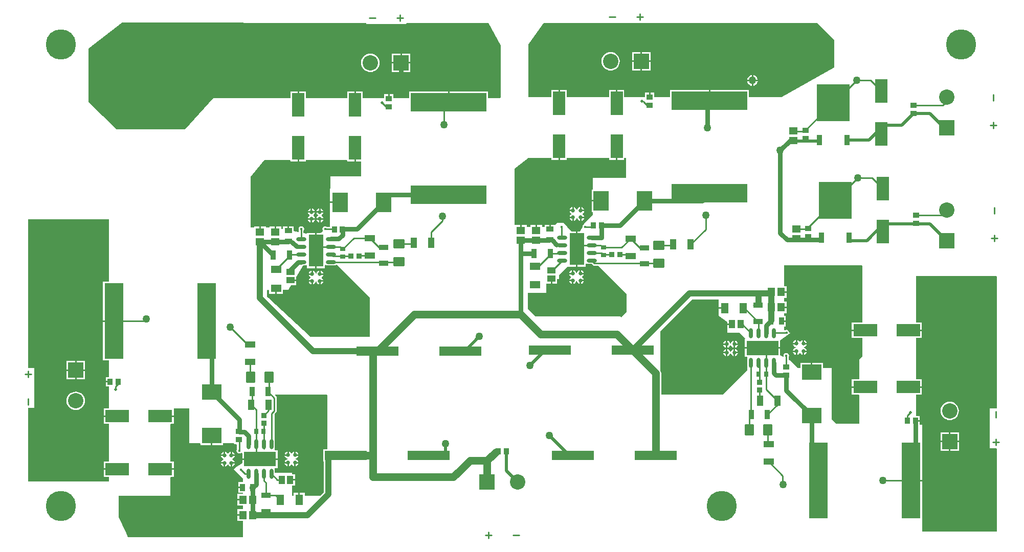
<source format=gtl>
G04 Layer_Physical_Order=1*
G04 Layer_Color=25308*
%FSLAX25Y25*%
%MOIN*%
G70*
G01*
G75*
%ADD10R,0.21457X0.24410*%
%ADD11R,0.03543X0.07087*%
%ADD12R,0.06102X0.03543*%
%ADD13R,0.04331X0.06693*%
%ADD14R,0.07087X0.05118*%
%ADD15R,0.03543X0.06299*%
%ADD16R,0.49213X0.12402*%
%ADD17R,0.05118X0.03543*%
G04:AMPARAMS|DCode=18|XSize=74.8mil|YSize=59.06mil|CornerRadius=5.91mil|HoleSize=0mil|Usage=FLASHONLY|Rotation=90.000|XOffset=0mil|YOffset=0mil|HoleType=Round|Shape=RoundedRectangle|*
%AMROUNDEDRECTD18*
21,1,0.07480,0.04724,0,0,90.0*
21,1,0.06299,0.05906,0,0,90.0*
1,1,0.01181,0.02362,0.03150*
1,1,0.01181,0.02362,-0.03150*
1,1,0.01181,-0.02362,-0.03150*
1,1,0.01181,-0.02362,0.03150*
%
%ADD18ROUNDEDRECTD18*%
%ADD19R,0.05709X0.05118*%
%ADD20R,0.27559X0.05906*%
%ADD21R,0.21000X0.09488*%
%ADD22O,0.02362X0.06693*%
%ADD23R,0.12598X0.10236*%
%ADD24R,0.07874X0.15748*%
%ADD25R,0.05315X0.04331*%
%ADD26R,0.03347X0.03543*%
%ADD27R,0.03543X0.03937*%
%ADD28R,0.03622X0.02913*%
%ADD29R,0.09488X0.21000*%
%ADD30O,0.06693X0.02362*%
%ADD31R,0.10236X0.12598*%
%ADD32R,0.03543X0.06102*%
%ADD33R,0.05118X0.07087*%
%ADD34R,0.06693X0.04331*%
G04:AMPARAMS|DCode=35|XSize=74.8mil|YSize=59.06mil|CornerRadius=5.91mil|HoleSize=0mil|Usage=FLASHONLY|Rotation=0.000|XOffset=0mil|YOffset=0mil|HoleType=Round|Shape=RoundedRectangle|*
%AMROUNDEDRECTD35*
21,1,0.07480,0.04724,0,0,0.0*
21,1,0.06299,0.05906,0,0,0.0*
1,1,0.01181,0.03150,-0.02362*
1,1,0.01181,-0.03150,-0.02362*
1,1,0.01181,-0.03150,0.02362*
1,1,0.01181,0.03150,0.02362*
%
%ADD35ROUNDEDRECTD35*%
%ADD36R,0.06299X0.03543*%
%ADD37R,0.12402X0.49213*%
%ADD38R,0.04331X0.05315*%
%ADD39R,0.02913X0.03622*%
%ADD40R,0.03543X0.03347*%
%ADD41R,0.03543X0.05118*%
%ADD42R,0.05118X0.05709*%
%ADD43R,0.15748X0.07874*%
%ADD44R,0.03937X0.03543*%
%ADD45C,0.02000*%
%ADD46C,0.01000*%
%ADD47C,0.03000*%
%ADD48C,0.04000*%
%ADD49C,0.05000*%
%ADD50R,0.10000X0.10000*%
%ADD51C,0.10000*%
%ADD52R,0.10000X0.10000*%
%ADD53C,0.02598*%
%ADD54C,0.19685*%
%ADD55C,0.05000*%
%ADD56C,0.01500*%
%ADD57C,0.02600*%
%ADD58C,0.02000*%
G36*
X328500Y350650D02*
X332000D01*
X332000Y341354D01*
X331646Y341000D01*
X312000Y341000D01*
X311748Y324500D01*
X318327D01*
Y323500D01*
X311733D01*
X311497Y308029D01*
X309361D01*
X309183Y308149D01*
X308500Y308284D01*
X307817Y308149D01*
X307238Y307762D01*
X306852Y307183D01*
X306716Y306500D01*
X306852Y305817D01*
X306984Y305619D01*
X306852Y304941D01*
X305380Y304000D01*
X303000D01*
Y292500D01*
Y281000D01*
X308244D01*
Y282936D01*
X308744Y283203D01*
X309129Y282945D01*
X309980Y282776D01*
X314311D01*
X315162Y282945D01*
X315883Y283428D01*
X316320Y283180D01*
X318000Y281500D01*
X337500Y262000D01*
Y236390D01*
X306176D01*
X299004Y236407D01*
X271500Y261500D01*
X270500Y262500D01*
Y264000D01*
X270500Y266646D01*
X270853Y267000D01*
X271603D01*
X271957Y266646D01*
Y264339D01*
X276000D01*
Y267898D01*
X277000D01*
Y264339D01*
X281043D01*
Y267000D01*
X284500D01*
X286387Y270079D01*
X289657D01*
Y272744D01*
X286000D01*
Y273744D01*
X289657D01*
Y275415D01*
X294169Y282776D01*
X295020D01*
X295871Y282945D01*
X296256Y283203D01*
X296756Y282936D01*
Y281000D01*
X302000D01*
Y292500D01*
Y304000D01*
X296756D01*
Y303991D01*
X296371Y303671D01*
X294384Y304040D01*
Y305421D01*
X294649Y305817D01*
X294784Y306500D01*
X294649Y307183D01*
X294262Y307762D01*
X293683Y308149D01*
X293000Y308284D01*
X292317Y308149D01*
X291738Y307762D01*
X291352Y307183D01*
X291216Y306500D01*
X291325Y305951D01*
Y304999D01*
X290940Y304679D01*
X288059Y305215D01*
Y308212D01*
X285000D01*
Y305440D01*
X284000D01*
Y308212D01*
X280941D01*
Y306927D01*
X280557Y306608D01*
X279854Y306738D01*
Y308209D01*
X276500D01*
Y304650D01*
X275500D01*
Y308209D01*
X272146D01*
Y307500D01*
X269854D01*
Y308209D01*
X266500D01*
Y304650D01*
X265500D01*
Y308209D01*
X262146D01*
Y307500D01*
X260000D01*
Y340500D01*
X268905Y351500D01*
X285709D01*
X286063Y351146D01*
Y350650D01*
X290500D01*
Y359524D01*
X291500D01*
Y350650D01*
X295937D01*
Y351500D01*
X322709Y351500D01*
X323063Y351146D01*
Y350650D01*
X327500D01*
Y359524D01*
X328500D01*
Y350650D01*
D02*
G37*
G36*
X499000Y351650D02*
X503437D01*
Y353000D01*
X504500D01*
Y340000D01*
X483000D01*
Y332299D01*
X482209D01*
Y325500D01*
X488327D01*
Y324500D01*
X482209D01*
Y317701D01*
X483000D01*
Y316000D01*
X477500Y310500D01*
X476920Y309383D01*
X476738Y309262D01*
X476351Y308683D01*
X476224Y308043D01*
X474644Y305000D01*
X473000D01*
Y293500D01*
Y282000D01*
X478244D01*
Y283865D01*
X479533Y283865D01*
X479980Y283776D01*
X482207D01*
X482970Y283013D01*
X483466Y282681D01*
X484051Y282565D01*
X486435D01*
X496500Y272500D01*
X505000Y264000D01*
Y257500D01*
Y252500D01*
X501500Y249000D01*
X501000Y249500D01*
X445500D01*
X440500Y254500D01*
Y265000D01*
X452500D01*
Y271079D01*
X455500D01*
Y274244D01*
X456500D01*
Y271079D01*
X459657D01*
Y274000D01*
X461000D01*
Y276500D01*
X466320Y281820D01*
X466756Y282000D01*
Y282000D01*
X466756Y282000D01*
X472000D01*
Y293500D01*
Y305000D01*
X468961D01*
X464000Y310500D01*
X459500D01*
X458238Y309238D01*
X455508D01*
Y306467D01*
X454508D01*
Y309238D01*
X451449D01*
Y308000D01*
X449854D01*
Y309209D01*
X446500D01*
Y305650D01*
X445500D01*
Y309209D01*
X442146D01*
Y308000D01*
X439854D01*
Y309209D01*
X436500D01*
Y305650D01*
X435500D01*
Y309209D01*
X432146D01*
X432000Y309648D01*
Y346000D01*
X441000Y353000D01*
X456063D01*
Y351650D01*
X460500D01*
Y360524D01*
X461500D01*
Y351650D01*
X465937D01*
Y353000D01*
X493563D01*
Y351650D01*
X498000D01*
Y360524D01*
X499000D01*
Y351650D01*
D02*
G37*
G36*
X658500Y282646D02*
Y245437D01*
X651650D01*
Y241000D01*
X660524D01*
Y240000D01*
X651650D01*
Y235563D01*
X658500D01*
Y223500D01*
X657500Y222500D01*
X656500Y221500D01*
Y208437D01*
X651650D01*
Y204000D01*
X660524D01*
Y203000D01*
X651650D01*
Y198563D01*
X656146D01*
X656500Y198209D01*
Y179500D01*
X641500D01*
X638500Y182500D01*
X638500Y216000D01*
X632799D01*
Y219291D01*
X626000D01*
Y213173D01*
X625000D01*
Y219291D01*
X618201D01*
Y216000D01*
X616500D01*
X612000Y220500D01*
X610531Y221299D01*
Y223012D01*
X610644Y223181D01*
X610780Y223863D01*
X610644Y224546D01*
X610257Y225125D01*
X609679Y225512D01*
X608996Y225648D01*
X608313Y225512D01*
X607734Y225125D01*
X607347Y224546D01*
X607211Y223863D01*
X607254Y223650D01*
X606809Y223322D01*
X605000Y224306D01*
Y228500D01*
X582000D01*
Y223256D01*
X583484D01*
Y214484D01*
X569500Y200500D01*
X567500Y198500D01*
X527884Y198500D01*
X527530Y198854D01*
Y212500D01*
X527410Y213414D01*
X527057Y214265D01*
X527000Y214340D01*
X527000Y240000D01*
X534500Y247500D01*
X547500Y260500D01*
X565000D01*
Y255500D01*
X568898D01*
Y254500D01*
X565000D01*
Y250000D01*
X570500Y246000D01*
Y245000D01*
X573744D01*
Y244000D01*
X570500D01*
Y239000D01*
X578500D01*
X582294Y235206D01*
X582103Y234744D01*
X582000D01*
Y229500D01*
X605000D01*
Y234044D01*
X609769Y237420D01*
X609802Y237427D01*
X610381Y237814D01*
X610431Y237889D01*
X612000Y239000D01*
X610965D01*
X610903Y239075D01*
X610767Y239758D01*
X610381Y240337D01*
X609802Y240724D01*
X609119Y240860D01*
X608436Y240724D01*
X608258Y240605D01*
X607500D01*
Y242941D01*
X608712D01*
Y246000D01*
X605940D01*
Y247000D01*
X608712D01*
Y250059D01*
X607500D01*
Y251646D01*
X609209D01*
Y255000D01*
X605650D01*
Y256000D01*
X609209D01*
Y259354D01*
X607500D01*
Y261646D01*
X609209D01*
Y265000D01*
X605650D01*
Y266000D01*
X609209D01*
Y269354D01*
X607500D01*
Y283000D01*
X658146Y283000D01*
X658500Y282646D01*
D02*
G37*
G36*
X310000Y198146D02*
X310000Y162953D01*
X307221D01*
Y155047D01*
X307474D01*
Y151000D01*
Y134753D01*
X305221Y132500D01*
X295515Y132500D01*
X295161Y132853D01*
Y134543D01*
X292102D01*
Y130000D01*
X291102D01*
Y134543D01*
X288043D01*
Y132500D01*
X287353D01*
X287000Y132853D01*
Y139342D01*
X288921D01*
Y142500D01*
X285756D01*
Y143500D01*
X288921D01*
Y146658D01*
X287354D01*
X287000Y147011D01*
Y147500D01*
X275724D01*
Y149020D01*
X275686Y149212D01*
Y150756D01*
X277500D01*
Y156000D01*
X254500D01*
Y153870D01*
X250000Y151000D01*
X249000Y150000D01*
X255000Y144000D01*
Y142500D01*
Y141559D01*
X251788D01*
Y138500D01*
X254560D01*
Y137500D01*
X251788D01*
Y134441D01*
X255000D01*
Y133854D01*
X251291D01*
Y130500D01*
X254850D01*
Y129500D01*
X251291D01*
Y126146D01*
X255000D01*
Y123854D01*
X251291D01*
Y120500D01*
X254850D01*
Y119500D01*
X251291D01*
Y116146D01*
X255000D01*
Y105500D01*
X207500D01*
Y105514D01*
X194370Y105533D01*
X179908Y105497D01*
X178671Y108773D01*
X173937Y118616D01*
X174000Y132500D01*
X207500D01*
Y144709D01*
X207854Y145063D01*
X209850D01*
Y149500D01*
X200976D01*
Y150500D01*
X209850D01*
Y154937D01*
X207500D01*
X207500Y179209D01*
X207854Y179563D01*
X209850D01*
Y184000D01*
X200976D01*
Y185000D01*
X209850D01*
Y189437D01*
X210324Y189500D01*
X220000D01*
Y167000D01*
X226847D01*
X227201Y166646D01*
Y165709D01*
X234000D01*
Y171827D01*
X235000D01*
Y165709D01*
X241799D01*
Y167000D01*
X249024D01*
X249377Y166646D01*
Y166392D01*
X250445D01*
X250971Y165673D01*
Y162861D01*
X250851Y162683D01*
X250716Y162000D01*
X250851Y161317D01*
X251238Y160738D01*
X251817Y160352D01*
X252500Y160216D01*
X253183Y160352D01*
X253762Y160738D01*
X254277Y160625D01*
X254500Y160404D01*
Y157000D01*
X277500D01*
Y162244D01*
X275686D01*
Y163788D01*
X275724Y163980D01*
Y168311D01*
X275686Y168504D01*
Y186181D01*
X276455Y186951D01*
X276787Y187447D01*
X276806Y187544D01*
X276903Y188032D01*
Y196343D01*
X276806Y196831D01*
X276787Y196928D01*
X276455Y197424D01*
X275879Y198000D01*
X276086Y198500D01*
X309646D01*
X310000Y198146D01*
D02*
G37*
G36*
X167500Y272106D02*
X163583D01*
Y247000D01*
X170783D01*
Y246000D01*
X163583D01*
Y220894D01*
X167500D01*
Y209968D01*
X165571D01*
Y207500D01*
X168342D01*
Y206500D01*
X165571D01*
Y204031D01*
X167500D01*
Y189437D01*
X164150D01*
Y185000D01*
X173024D01*
Y184000D01*
X164150D01*
Y179563D01*
X167500D01*
Y154937D01*
X164150D01*
Y150500D01*
X173024D01*
Y149500D01*
X164150D01*
Y145063D01*
X167500D01*
Y141895D01*
X115000D01*
Y190007D01*
X118998D01*
Y216000D01*
X115000D01*
Y312806D01*
X167500D01*
Y272106D01*
D02*
G37*
G36*
X746295Y275646D02*
X746295Y189493D01*
X741502D01*
Y163500D01*
X745941D01*
X746295Y163146D01*
Y109351D01*
X697854D01*
X697500Y109704D01*
Y142000D01*
X690216D01*
Y143000D01*
X697500D01*
X697500Y179000D01*
X695929D01*
Y181000D01*
X693157D01*
Y182000D01*
X695929D01*
Y184468D01*
X693500D01*
Y198563D01*
X697350D01*
Y203000D01*
X688476D01*
Y204000D01*
X697350D01*
Y208437D01*
X693500D01*
Y235563D01*
X697350D01*
Y240000D01*
X688476D01*
Y241000D01*
X697350D01*
Y245437D01*
X693500D01*
Y276000D01*
X745941D01*
X746295Y275646D01*
D02*
G37*
G36*
X335338Y441069D02*
Y440409D01*
X361331D01*
Y440691D01*
X361684Y441044D01*
X414868Y440994D01*
X423038Y426101D01*
X423053Y392436D01*
X422699Y392083D01*
X414606D01*
Y396417D01*
X389500D01*
Y389216D01*
X388500D01*
Y396417D01*
X363394D01*
Y392083D01*
X352969D01*
Y394429D01*
X350500D01*
Y391657D01*
X349500D01*
Y394429D01*
X347031D01*
Y392083D01*
X332937D01*
Y396350D01*
X328500D01*
Y387476D01*
X327500D01*
Y396350D01*
X323063D01*
Y392083D01*
X295937D01*
Y396350D01*
X291500D01*
Y387476D01*
X290500D01*
Y396350D01*
X286063D01*
Y392083D01*
X235553D01*
X217140Y371515D01*
X172737Y371525D01*
X154282Y389261D01*
Y424099D01*
X176274Y441220D01*
X335338Y441069D01*
D02*
G37*
G36*
X629337Y440823D02*
X640285Y429671D01*
Y412032D01*
X605830Y392583D01*
X584606D01*
Y397417D01*
X559500D01*
Y390216D01*
X558500D01*
Y397417D01*
X533394D01*
Y392583D01*
X522968D01*
Y395429D01*
X520500D01*
Y392657D01*
X519500D01*
Y395429D01*
X517031D01*
Y392583D01*
X503437D01*
Y397350D01*
X499000D01*
Y388476D01*
X498000D01*
Y397350D01*
X493563D01*
Y392583D01*
X465937D01*
Y397350D01*
X461500D01*
Y388476D01*
X460500D01*
Y397350D01*
X456063D01*
Y392583D01*
X441106D01*
Y405583D01*
X441079Y426867D01*
X450999Y440801D01*
X605830Y440840D01*
X629337Y440823D01*
D02*
G37*
%LPC*%
G36*
X569733Y228246D02*
X569335Y228167D01*
X568574Y227658D01*
X568066Y226897D01*
X567987Y226500D01*
X569733D01*
Y228246D01*
D02*
G37*
G36*
Y225500D02*
X567987D01*
X568066Y225103D01*
X568574Y224342D01*
X569335Y223833D01*
X569733Y223754D01*
Y225500D01*
D02*
G37*
G36*
X152000Y220500D02*
X146500D01*
Y215000D01*
X152000D01*
Y220500D01*
D02*
G37*
G36*
X145500D02*
X140000D01*
Y215000D01*
X145500D01*
Y220500D01*
D02*
G37*
G36*
X622359Y226411D02*
X620613D01*
Y224666D01*
X621010Y224745D01*
X621771Y225253D01*
X622280Y226014D01*
X622359Y226411D01*
D02*
G37*
G36*
X615113D02*
X613368D01*
X613447Y226014D01*
X613955Y225253D01*
X614716Y224745D01*
X615113Y224666D01*
Y226411D01*
D02*
G37*
G36*
X577478Y225500D02*
X575733D01*
Y223754D01*
X576130Y223833D01*
X576891Y224342D01*
X577399Y225103D01*
X577478Y225500D01*
D02*
G37*
G36*
X574733Y233746D02*
X574335Y233667D01*
X573574Y233158D01*
X573066Y232397D01*
X572988Y232002D01*
X572478D01*
X572399Y232397D01*
X571891Y233158D01*
X571130Y233667D01*
X570733Y233746D01*
Y231500D01*
Y229254D01*
X571130Y229333D01*
X571891Y229842D01*
X572399Y230603D01*
X572478Y230997D01*
X572988D01*
X573066Y230603D01*
X573574Y229842D01*
X574335Y229333D01*
X574733Y229254D01*
Y231500D01*
Y233746D01*
D02*
G37*
G36*
X575733D02*
Y232000D01*
X577478D01*
X577399Y232397D01*
X576891Y233158D01*
X576130Y233667D01*
X575733Y233746D01*
D02*
G37*
G36*
X615113Y234157D02*
X614716Y234078D01*
X613955Y233570D01*
X613447Y232809D01*
X613368Y232411D01*
X615113D01*
Y234157D01*
D02*
G37*
G36*
X619613D02*
X619216Y234078D01*
X618455Y233570D01*
X618164Y233134D01*
X617562D01*
X617271Y233570D01*
X616510Y234078D01*
X616113Y234157D01*
Y231911D01*
X615613D01*
Y231411D01*
X613368D01*
X613447Y231014D01*
X613955Y230253D01*
X614716Y229745D01*
X615111Y229666D01*
Y229156D01*
X614716Y229078D01*
X613955Y228570D01*
X613447Y227809D01*
X613368Y227411D01*
X615613D01*
Y226911D01*
X616113D01*
Y224666D01*
X616510Y224745D01*
X617271Y225253D01*
X617562Y225689D01*
X618164D01*
X618455Y225253D01*
X619216Y224745D01*
X619613Y224666D01*
Y226911D01*
X620113D01*
Y227411D01*
X622359D01*
X622280Y227809D01*
X621771Y228570D01*
X621010Y229078D01*
X620616Y229156D01*
Y229666D01*
X621010Y229745D01*
X621771Y230253D01*
X622280Y231014D01*
X622359Y231411D01*
X620113D01*
Y231911D01*
X619613D01*
Y234157D01*
D02*
G37*
G36*
X620613D02*
Y232411D01*
X622359D01*
X622280Y232809D01*
X621771Y233570D01*
X621010Y234078D01*
X620613Y234157D01*
D02*
G37*
G36*
X574733Y228246D02*
X574335Y228167D01*
X573574Y227658D01*
X573066Y226897D01*
X572988Y226502D01*
X572478D01*
X572399Y226897D01*
X571891Y227658D01*
X571130Y228167D01*
X570733Y228246D01*
Y226000D01*
Y223754D01*
X571130Y223833D01*
X571891Y224342D01*
X572399Y225103D01*
X572478Y225498D01*
X572988D01*
X573066Y225103D01*
X573574Y224342D01*
X574335Y223833D01*
X574733Y223754D01*
Y226000D01*
Y228246D01*
D02*
G37*
G36*
X575733D02*
Y226500D01*
X577478D01*
X577399Y226897D01*
X576891Y227658D01*
X576130Y228167D01*
X575733Y228246D01*
D02*
G37*
G36*
X569733Y231000D02*
X567987D01*
X568066Y230603D01*
X568574Y229842D01*
X569335Y229333D01*
X569733Y229254D01*
Y231000D01*
D02*
G37*
G36*
Y233746D02*
X569335Y233667D01*
X568574Y233158D01*
X568066Y232397D01*
X567987Y232000D01*
X569733D01*
Y233746D01*
D02*
G37*
G36*
X577478Y231000D02*
X575733D01*
Y229254D01*
X576130Y229333D01*
X576891Y229842D01*
X577399Y230603D01*
X577478Y231000D01*
D02*
G37*
G36*
X283854Y161366D02*
X283457Y161287D01*
X282696Y160779D01*
X282187Y160018D01*
X282108Y159620D01*
X283854D01*
Y161366D01*
D02*
G37*
G36*
X247912Y161246D02*
Y159500D01*
X249658D01*
X249579Y159897D01*
X249070Y160658D01*
X248309Y161167D01*
X247912Y161246D01*
D02*
G37*
G36*
X246912D02*
X246515Y161167D01*
X245754Y160658D01*
X245463Y160222D01*
X244861D01*
X244570Y160658D01*
X243810Y161167D01*
X243412Y161246D01*
Y159000D01*
X242912D01*
Y158500D01*
X240667D01*
X240746Y158103D01*
X241254Y157342D01*
X242015Y156833D01*
X242410Y156755D01*
Y156245D01*
X242015Y156167D01*
X241254Y155658D01*
X240746Y154897D01*
X240667Y154500D01*
X242912D01*
Y154000D01*
X243412D01*
Y151754D01*
X243810Y151833D01*
X244570Y152342D01*
X244861Y152778D01*
X245463D01*
X245754Y152342D01*
X246515Y151833D01*
X246912Y151754D01*
Y154000D01*
X247412D01*
Y154500D01*
X249658D01*
X249579Y154897D01*
X249070Y155658D01*
X248309Y156167D01*
X247915Y156245D01*
Y156755D01*
X248309Y156833D01*
X249070Y157342D01*
X249579Y158103D01*
X249658Y158500D01*
X247412D01*
Y159000D01*
X246912D01*
Y161246D01*
D02*
G37*
G36*
X289354Y161366D02*
Y159620D01*
X291100D01*
X291021Y160018D01*
X290512Y160779D01*
X289751Y161287D01*
X289354Y161366D01*
D02*
G37*
G36*
X242412Y161246D02*
X242015Y161167D01*
X241254Y160658D01*
X240746Y159897D01*
X240667Y159500D01*
X242412D01*
Y161246D01*
D02*
G37*
G36*
X249658Y153500D02*
X247912D01*
Y151754D01*
X248309Y151833D01*
X249070Y152342D01*
X249579Y153103D01*
X249658Y153500D01*
D02*
G37*
G36*
X242412D02*
X240667D01*
X240746Y153103D01*
X241254Y152342D01*
X242015Y151833D01*
X242412Y151754D01*
Y153500D01*
D02*
G37*
G36*
X291100Y153620D02*
X289354D01*
Y151875D01*
X289751Y151954D01*
X290512Y152462D01*
X291021Y153223D01*
X291100Y153620D01*
D02*
G37*
G36*
X283854D02*
X282108D01*
X282187Y153223D01*
X282696Y152462D01*
X283457Y151954D01*
X283854Y151875D01*
Y153620D01*
D02*
G37*
G36*
X146000Y200529D02*
X144824Y200413D01*
X143693Y200070D01*
X142650Y199513D01*
X141737Y198763D01*
X140987Y197850D01*
X140430Y196807D01*
X140087Y195676D01*
X139971Y194500D01*
X140087Y193324D01*
X140430Y192193D01*
X140987Y191150D01*
X141737Y190237D01*
X142650Y189487D01*
X143693Y188930D01*
X144824Y188587D01*
X146000Y188471D01*
X147176Y188587D01*
X148307Y188930D01*
X149349Y189487D01*
X150263Y190237D01*
X151013Y191150D01*
X151570Y192193D01*
X151913Y193324D01*
X152029Y194500D01*
X151913Y195676D01*
X151570Y196807D01*
X151013Y197850D01*
X150263Y198763D01*
X149349Y199513D01*
X148307Y200070D01*
X147176Y200413D01*
X146000Y200529D01*
D02*
G37*
G36*
X715500Y194029D02*
X714324Y193913D01*
X713193Y193570D01*
X712150Y193013D01*
X711237Y192263D01*
X710487Y191349D01*
X709930Y190307D01*
X709587Y189176D01*
X709471Y188000D01*
X709587Y186824D01*
X709930Y185693D01*
X710487Y184651D01*
X711237Y183737D01*
X712150Y182987D01*
X713193Y182430D01*
X714324Y182087D01*
X715500Y181971D01*
X716676Y182087D01*
X717807Y182430D01*
X718850Y182987D01*
X719763Y183737D01*
X720513Y184651D01*
X721070Y185693D01*
X721413Y186824D01*
X721529Y188000D01*
X721413Y189176D01*
X721070Y190307D01*
X720513Y191349D01*
X719763Y192263D01*
X718850Y193013D01*
X717807Y193570D01*
X716676Y193913D01*
X715500Y194029D01*
D02*
G37*
G36*
X152000Y214000D02*
X146500D01*
Y208500D01*
X152000D01*
Y214000D01*
D02*
G37*
G36*
X145500D02*
X140000D01*
Y208500D01*
X145500D01*
Y214000D01*
D02*
G37*
G36*
X721500Y174000D02*
X716000D01*
Y168500D01*
X721500D01*
Y174000D01*
D02*
G37*
G36*
X715000Y167500D02*
X709500D01*
Y162000D01*
X715000D01*
Y167500D01*
D02*
G37*
G36*
X288354Y161366D02*
X287957Y161287D01*
X287196Y160779D01*
X286905Y160343D01*
X286303D01*
X286012Y160779D01*
X285251Y161287D01*
X284854Y161366D01*
Y159120D01*
X284354D01*
Y158620D01*
X282108D01*
X282187Y158223D01*
X282696Y157462D01*
X283457Y156954D01*
X283852Y156875D01*
Y156366D01*
X283457Y156287D01*
X282696Y155779D01*
X282187Y155018D01*
X282108Y154620D01*
X284354D01*
Y154120D01*
X284854D01*
Y151875D01*
X285251Y151954D01*
X286012Y152462D01*
X286303Y152898D01*
X286905D01*
X287196Y152462D01*
X287957Y151954D01*
X288354Y151875D01*
Y154120D01*
X288854D01*
Y154620D01*
X291100D01*
X291021Y155018D01*
X290512Y155779D01*
X289751Y156287D01*
X289356Y156366D01*
Y156875D01*
X289751Y156954D01*
X290512Y157462D01*
X291021Y158223D01*
X291100Y158620D01*
X288854D01*
Y159120D01*
X288354D01*
Y161366D01*
D02*
G37*
G36*
X715000Y174000D02*
X709500D01*
Y168500D01*
X715000D01*
Y174000D01*
D02*
G37*
G36*
X721500Y167500D02*
X716000D01*
Y162000D01*
X721500D01*
Y167500D01*
D02*
G37*
G36*
X590464Y403000D02*
X587500D01*
Y400036D01*
X587914Y400090D01*
X588765Y400443D01*
X589496Y401004D01*
X590057Y401735D01*
X590410Y402586D01*
X590464Y403000D01*
D02*
G37*
G36*
X586500D02*
X583536D01*
X583590Y402586D01*
X583943Y401735D01*
X584504Y401004D01*
X585235Y400443D01*
X586086Y400090D01*
X586500Y400036D01*
Y403000D01*
D02*
G37*
G36*
X587500Y406964D02*
Y404000D01*
X590464D01*
X590410Y404414D01*
X590057Y405265D01*
X589496Y405996D01*
X588765Y406557D01*
X587914Y406910D01*
X587500Y406964D01*
D02*
G37*
G36*
X586500D02*
X586086Y406910D01*
X585235Y406557D01*
X584504Y405996D01*
X583943Y405265D01*
X583590Y404414D01*
X583536Y404000D01*
X586500D01*
Y406964D01*
D02*
G37*
G36*
X474575Y320886D02*
X474177Y320808D01*
X473417Y320299D01*
X472908Y319538D01*
X472830Y319143D01*
X472320D01*
X472241Y319538D01*
X471733Y320299D01*
X470972Y320808D01*
X470575Y320886D01*
Y318641D01*
X470075D01*
Y318141D01*
X467829D01*
X467908Y317743D01*
X468417Y316983D01*
X468852Y316692D01*
Y316090D01*
X468417Y315799D01*
X467908Y315038D01*
X467829Y314641D01*
X470075D01*
Y314141D01*
X470575D01*
Y311895D01*
X470972Y311974D01*
X471733Y312483D01*
X472241Y313244D01*
X472320Y313638D01*
X472830D01*
X472908Y313244D01*
X473417Y312483D01*
X474177Y311974D01*
X474575Y311895D01*
Y314141D01*
X475075D01*
Y314641D01*
X477320D01*
X477241Y315038D01*
X476733Y315799D01*
X476297Y316090D01*
Y316692D01*
X476733Y316983D01*
X477241Y317743D01*
X477320Y318141D01*
X475075D01*
Y318641D01*
X474575D01*
Y320886D01*
D02*
G37*
G36*
X305568Y319956D02*
Y318210D01*
X307314D01*
X307235Y318608D01*
X306727Y319369D01*
X305966Y319877D01*
X305568Y319956D01*
D02*
G37*
G36*
X304568D02*
X304171Y319877D01*
X303410Y319369D01*
X302902Y318608D01*
X302823Y318210D01*
X304568D01*
Y319956D01*
D02*
G37*
G36*
X475575Y320886D02*
Y319141D01*
X477320D01*
X477241Y319538D01*
X476733Y320299D01*
X475972Y320808D01*
X475575Y320886D01*
D02*
G37*
G36*
X469575D02*
X469177Y320808D01*
X468417Y320299D01*
X467908Y319538D01*
X467829Y319141D01*
X469575D01*
Y320886D01*
D02*
G37*
G36*
X338000Y421029D02*
X336824Y420913D01*
X335693Y420570D01*
X334650Y420013D01*
X333737Y419263D01*
X332987Y418350D01*
X332430Y417307D01*
X332087Y416176D01*
X331971Y415000D01*
X332087Y413824D01*
X332430Y412693D01*
X332987Y411651D01*
X333737Y410737D01*
X334650Y409987D01*
X335693Y409430D01*
X336824Y409087D01*
X338000Y408971D01*
X339176Y409087D01*
X340307Y409430D01*
X341350Y409987D01*
X342263Y410737D01*
X343013Y411651D01*
X343570Y412693D01*
X343913Y413824D01*
X344029Y415000D01*
X343913Y416176D01*
X343570Y417307D01*
X343013Y418350D01*
X342263Y419263D01*
X341350Y420013D01*
X340307Y420570D01*
X339176Y420913D01*
X338000Y421029D01*
D02*
G37*
G36*
X364000Y421000D02*
X358500D01*
Y415500D01*
X364000D01*
Y421000D01*
D02*
G37*
G36*
X357500D02*
X352000D01*
Y415500D01*
X357500D01*
Y421000D01*
D02*
G37*
G36*
X520500Y422000D02*
X515000D01*
Y416500D01*
X520500D01*
Y422000D01*
D02*
G37*
G36*
X514000D02*
X508500D01*
Y416500D01*
X514000D01*
Y422000D01*
D02*
G37*
G36*
X520500Y415500D02*
X515000D01*
Y410000D01*
X520500D01*
Y415500D01*
D02*
G37*
G36*
X364000Y414500D02*
X358500D01*
Y409000D01*
X364000D01*
Y414500D01*
D02*
G37*
G36*
X357500D02*
X352000D01*
Y409000D01*
X357500D01*
Y414500D01*
D02*
G37*
G36*
X514000Y415500D02*
X508500D01*
Y410000D01*
X514000D01*
Y415500D01*
D02*
G37*
G36*
X494500Y422029D02*
X493324Y421913D01*
X492193Y421570D01*
X491151Y421013D01*
X490237Y420263D01*
X489487Y419349D01*
X488930Y418307D01*
X488587Y417176D01*
X488471Y416000D01*
X488587Y414824D01*
X488930Y413693D01*
X489487Y412650D01*
X490237Y411737D01*
X491151Y410987D01*
X492193Y410430D01*
X493324Y410087D01*
X494500Y409971D01*
X495676Y410087D01*
X496807Y410430D01*
X497850Y410987D01*
X498763Y411737D01*
X499513Y412650D01*
X500070Y413693D01*
X500413Y414824D01*
X500529Y416000D01*
X500413Y417176D01*
X500070Y418307D01*
X499513Y419349D01*
X498763Y420263D01*
X497850Y421013D01*
X496807Y421570D01*
X495676Y421913D01*
X494500Y422029D01*
D02*
G37*
G36*
X300068Y319956D02*
Y318210D01*
X301814D01*
X301735Y318608D01*
X301227Y319369D01*
X300466Y319877D01*
X300068Y319956D01*
D02*
G37*
G36*
X304541Y279478D02*
X304144Y279399D01*
X303383Y278891D01*
X302875Y278130D01*
X302796Y277735D01*
X302286D01*
X302208Y278130D01*
X301699Y278891D01*
X300939Y279399D01*
X300541Y279478D01*
Y277233D01*
X300041D01*
Y276733D01*
X297796D01*
X297875Y276335D01*
X298383Y275574D01*
X298819Y275283D01*
Y274682D01*
X298383Y274391D01*
X297875Y273630D01*
X297796Y273233D01*
X300041D01*
Y272733D01*
X300541D01*
Y270487D01*
X300939Y270566D01*
X301699Y271075D01*
X302208Y271835D01*
X302286Y272230D01*
X302796D01*
X302875Y271835D01*
X303383Y271075D01*
X304144Y270566D01*
X304541Y270487D01*
Y272733D01*
X305041D01*
Y273233D01*
X307287D01*
X307208Y273630D01*
X306699Y274391D01*
X306264Y274682D01*
Y275283D01*
X306699Y275574D01*
X307208Y276335D01*
X307287Y276733D01*
X305041D01*
Y277233D01*
X304541D01*
Y279478D01*
D02*
G37*
G36*
X305541D02*
Y277733D01*
X307287D01*
X307208Y278130D01*
X306699Y278891D01*
X305939Y279399D01*
X305541Y279478D01*
D02*
G37*
G36*
X475346Y279749D02*
Y278004D01*
X477091D01*
X477012Y278401D01*
X476504Y279162D01*
X475743Y279670D01*
X475346Y279749D01*
D02*
G37*
G36*
X469346D02*
X468948Y279670D01*
X468187Y279162D01*
X467679Y278401D01*
X467600Y278004D01*
X469346D01*
Y279749D01*
D02*
G37*
G36*
X299541Y279478D02*
X299144Y279399D01*
X298383Y278891D01*
X297875Y278130D01*
X297796Y277733D01*
X299541D01*
Y279478D01*
D02*
G37*
G36*
X307287Y272233D02*
X305541D01*
Y270487D01*
X305939Y270566D01*
X306699Y271075D01*
X307208Y271835D01*
X307287Y272233D01*
D02*
G37*
G36*
X299541D02*
X297796D01*
X297875Y271835D01*
X298383Y271075D01*
X299144Y270566D01*
X299541Y270487D01*
Y272233D01*
D02*
G37*
G36*
X477091Y272504D02*
X475346D01*
Y270758D01*
X475743Y270837D01*
X476504Y271345D01*
X477012Y272106D01*
X477091Y272504D01*
D02*
G37*
G36*
X469346D02*
X467600D01*
X467679Y272106D01*
X468187Y271345D01*
X468948Y270837D01*
X469346Y270758D01*
Y272504D01*
D02*
G37*
G36*
X474345Y279749D02*
X473948Y279670D01*
X473187Y279162D01*
X472679Y278401D01*
X472600Y278006D01*
X472091D01*
X472012Y278401D01*
X471504Y279162D01*
X470743Y279670D01*
X470345Y279749D01*
Y277504D01*
X469845D01*
Y277004D01*
X467600D01*
X467679Y276606D01*
X468187Y275845D01*
X468623Y275554D01*
Y274953D01*
X468187Y274662D01*
X467679Y273901D01*
X467600Y273504D01*
X469845D01*
Y273004D01*
X470345D01*
Y270758D01*
X470743Y270837D01*
X471504Y271345D01*
X472012Y272106D01*
X472091Y272501D01*
X472600D01*
X472679Y272106D01*
X473187Y271345D01*
X473948Y270837D01*
X474345Y270758D01*
Y273004D01*
X474846D01*
Y273504D01*
X477091D01*
X477012Y273901D01*
X476504Y274662D01*
X476068Y274953D01*
Y275554D01*
X476504Y275845D01*
X477012Y276606D01*
X477091Y277004D01*
X474846D01*
Y277504D01*
X474345D01*
Y279749D01*
D02*
G37*
G36*
X301814Y317210D02*
X297323D01*
X297402Y316813D01*
X297910Y316052D01*
X298346Y315761D01*
Y315160D01*
X297910Y314868D01*
X297402Y314108D01*
X297323Y313710D01*
X301814D01*
X301735Y314108D01*
X301227Y314868D01*
X300791Y315160D01*
Y315761D01*
X301227Y316052D01*
X301735Y316813D01*
X301814Y317210D01*
D02*
G37*
G36*
X477320Y313641D02*
X475575D01*
Y311895D01*
X475972Y311974D01*
X476733Y312483D01*
X477241Y313244D01*
X477320Y313641D01*
D02*
G37*
G36*
X299068Y319956D02*
X298671Y319877D01*
X297910Y319369D01*
X297402Y318608D01*
X297323Y318210D01*
X299068D01*
Y319956D01*
D02*
G37*
G36*
X307314Y317210D02*
X302823D01*
X302902Y316813D01*
X303410Y316052D01*
X303846Y315761D01*
Y315160D01*
X303410Y314868D01*
X302902Y314108D01*
X302823Y313710D01*
X307314D01*
X307235Y314108D01*
X306727Y314868D01*
X306291Y315160D01*
Y315761D01*
X306727Y316052D01*
X307235Y316813D01*
X307314Y317210D01*
D02*
G37*
G36*
X469575Y313641D02*
X467829D01*
X467908Y313244D01*
X468417Y312483D01*
X469177Y311974D01*
X469575Y311895D01*
Y313641D01*
D02*
G37*
G36*
X301814Y312710D02*
X300068D01*
Y310965D01*
X300466Y311044D01*
X301227Y311552D01*
X301735Y312313D01*
X301814Y312710D01*
D02*
G37*
G36*
X299068D02*
X297323D01*
X297402Y312313D01*
X297910Y311552D01*
X298671Y311044D01*
X299068Y310965D01*
Y312710D01*
D02*
G37*
G36*
X307314D02*
X305568D01*
Y310965D01*
X305966Y311044D01*
X306727Y311552D01*
X307235Y312313D01*
X307314Y312710D01*
D02*
G37*
G36*
X304568D02*
X302823D01*
X302902Y312313D01*
X303410Y311552D01*
X304171Y311044D01*
X304568Y310965D01*
Y312710D01*
D02*
G37*
%LPD*%
D10*
X641000Y325374D02*
D03*
X639500Y389000D02*
D03*
D11*
X649976Y300965D02*
D03*
X632024D02*
D03*
X648476Y364591D02*
D03*
X630524D02*
D03*
D12*
X346500Y294717D02*
D03*
Y284283D02*
D03*
X516500Y294216D02*
D03*
Y283784D02*
D03*
D13*
X366291Y297500D02*
D03*
X377709D02*
D03*
X603209Y194500D02*
D03*
X591791D02*
D03*
X535291Y296500D02*
D03*
X546709D02*
D03*
X260291Y192000D02*
D03*
X271709D02*
D03*
D14*
X276500Y267898D02*
D03*
Y280102D02*
D03*
X445390Y270192D02*
D03*
Y282397D02*
D03*
D15*
X285315Y289500D02*
D03*
X274685D02*
D03*
X455315Y290500D02*
D03*
X444685D02*
D03*
D16*
X389000Y389216D02*
D03*
Y328783D02*
D03*
X559000Y390216D02*
D03*
Y329784D02*
D03*
D17*
X284500Y298560D02*
D03*
Y305440D02*
D03*
X455008Y299586D02*
D03*
Y306467D02*
D03*
D18*
X271905Y210000D02*
D03*
X260094D02*
D03*
X585094Y175500D02*
D03*
X596906D02*
D03*
D19*
X615500Y306650D02*
D03*
Y300350D02*
D03*
X446000Y305650D02*
D03*
Y299350D02*
D03*
X436000Y305650D02*
D03*
Y299350D02*
D03*
X276000Y304650D02*
D03*
Y298350D02*
D03*
X266000Y304650D02*
D03*
Y298350D02*
D03*
X613500Y370650D02*
D03*
Y364350D02*
D03*
D20*
X396500Y227000D02*
D03*
X342500D02*
D03*
X470000Y159000D02*
D03*
X524000D02*
D03*
X455000Y227500D02*
D03*
X509000D02*
D03*
X376000Y159000D02*
D03*
X322000D02*
D03*
D21*
X266000Y156500D02*
D03*
X593500Y229000D02*
D03*
D22*
X273500Y166146D02*
D03*
X268500D02*
D03*
X263500D02*
D03*
X258500D02*
D03*
X273500Y146854D02*
D03*
X268500D02*
D03*
X263500D02*
D03*
X258500D02*
D03*
X586000Y219354D02*
D03*
X591000D02*
D03*
X596000D02*
D03*
X601000D02*
D03*
X586000Y238646D02*
D03*
X591000D02*
D03*
X596000D02*
D03*
X601000D02*
D03*
D23*
X234500Y200173D02*
D03*
Y171827D02*
D03*
X625500Y184827D02*
D03*
Y213173D02*
D03*
D24*
X672000Y332976D02*
D03*
Y305024D02*
D03*
X498500Y360524D02*
D03*
Y388476D02*
D03*
X461000Y360524D02*
D03*
Y388476D02*
D03*
X328000Y359524D02*
D03*
Y387476D02*
D03*
X291000Y359524D02*
D03*
Y387476D02*
D03*
X671000Y396602D02*
D03*
Y368650D02*
D03*
D25*
X286000Y278756D02*
D03*
Y273244D02*
D03*
X456000Y279756D02*
D03*
Y274244D02*
D03*
D26*
X325441Y289000D02*
D03*
X330559D02*
D03*
X495441Y290000D02*
D03*
X500559D02*
D03*
D27*
X421343Y161500D02*
D03*
X426657D02*
D03*
X693157Y181500D02*
D03*
X687843D02*
D03*
X488534Y308834D02*
D03*
X483219D02*
D03*
X168342Y207000D02*
D03*
X173658D02*
D03*
X319771Y306370D02*
D03*
X314456D02*
D03*
D28*
X320000Y288559D02*
D03*
Y293441D02*
D03*
X490000Y289559D02*
D03*
Y294441D02*
D03*
D29*
X472500Y293500D02*
D03*
X302500Y292500D02*
D03*
D30*
X482146Y286000D02*
D03*
Y291000D02*
D03*
Y296000D02*
D03*
Y301000D02*
D03*
X462854Y286000D02*
D03*
Y291000D02*
D03*
Y296000D02*
D03*
Y301000D02*
D03*
X312146Y285000D02*
D03*
Y290000D02*
D03*
Y295000D02*
D03*
Y300000D02*
D03*
X292854Y285000D02*
D03*
Y290000D02*
D03*
Y295000D02*
D03*
Y300000D02*
D03*
D31*
X516673Y325000D02*
D03*
X488327D02*
D03*
X346673Y324000D02*
D03*
X318327D02*
D03*
D32*
X596716Y185500D02*
D03*
X586283D02*
D03*
X260784Y200500D02*
D03*
X271217D02*
D03*
D33*
X568898Y255000D02*
D03*
X581102D02*
D03*
X291602Y130000D02*
D03*
X279398D02*
D03*
D34*
X507500Y300209D02*
D03*
Y288791D02*
D03*
X597500Y166209D02*
D03*
Y154791D02*
D03*
X337500Y300709D02*
D03*
Y289291D02*
D03*
X259500Y219791D02*
D03*
Y231209D02*
D03*
D35*
X526000Y284095D02*
D03*
Y295905D02*
D03*
X356500Y285094D02*
D03*
Y296905D02*
D03*
D36*
X590500Y246185D02*
D03*
Y256815D02*
D03*
X270000Y133000D02*
D03*
Y122370D02*
D03*
D37*
X690216Y142500D02*
D03*
X629783D02*
D03*
X170783Y246500D02*
D03*
X231217D02*
D03*
D38*
X579256Y244500D02*
D03*
X573744D02*
D03*
X280244Y143000D02*
D03*
X285756D02*
D03*
D39*
X591059Y212000D02*
D03*
X595941D02*
D03*
X268441Y174500D02*
D03*
X263559D02*
D03*
D40*
X591500Y206559D02*
D03*
Y201441D02*
D03*
X268500Y179941D02*
D03*
Y185059D02*
D03*
D41*
X599060Y246500D02*
D03*
X605940D02*
D03*
X261440Y138000D02*
D03*
X254560D02*
D03*
D42*
X605650Y255500D02*
D03*
X599350D02*
D03*
X605650Y265500D02*
D03*
X599350D02*
D03*
X254850Y130000D02*
D03*
X261150D02*
D03*
X254850Y120000D02*
D03*
X261150D02*
D03*
D43*
X660524Y203500D02*
D03*
X688476D02*
D03*
X660524Y240500D02*
D03*
X688476D02*
D03*
X200976Y184500D02*
D03*
X173024D02*
D03*
X200976Y150000D02*
D03*
X173024D02*
D03*
D44*
X520000Y392657D02*
D03*
Y387343D02*
D03*
X608948Y211281D02*
D03*
Y216596D02*
D03*
X350000Y391657D02*
D03*
Y386343D02*
D03*
X252346Y174478D02*
D03*
Y169163D02*
D03*
X692000Y381968D02*
D03*
Y387283D02*
D03*
X621775Y365512D02*
D03*
Y370827D02*
D03*
X693500Y310343D02*
D03*
Y315657D02*
D03*
X623338Y301634D02*
D03*
Y306949D02*
D03*
D45*
X702500Y310000D02*
X713500Y299000D01*
X675500Y310000D02*
X702500D01*
X661465Y298965D02*
X672000Y309500D01*
X648476Y364591D02*
X662965D01*
X672500Y374126D01*
X684158D01*
X692000Y381968D01*
X702658D02*
X712750Y371876D01*
X692000Y381968D02*
X702658D01*
X452000Y227500D02*
X455000D01*
X614000Y363976D02*
X629909D01*
X649976Y298965D02*
X661465D01*
X385500Y166000D02*
X387000Y167500D01*
Y158000D02*
Y167500D01*
X442000Y217500D02*
X452000Y227500D01*
X454500Y172000D02*
X467500Y159000D01*
X399500Y227000D02*
X409000Y236500D01*
X426657Y148843D02*
X434000Y141500D01*
X426657Y148843D02*
Y161500D01*
D46*
X692000Y387283D02*
X711000D01*
X713500Y389784D01*
X710000Y315500D02*
X713500Y319000D01*
X692500Y315500D02*
X710000D01*
X713500Y389784D02*
Y392626D01*
X507500Y300209D02*
X513492Y294216D01*
X501732Y294441D02*
X507500Y300209D01*
X490000Y294441D02*
X501732D01*
X328000Y359524D02*
X328024D01*
X620776Y370276D02*
X639500Y389000D01*
X614000Y370276D02*
X620776D01*
X622276Y306650D02*
X641000Y325374D01*
X615500Y306650D02*
X622276D01*
X596716Y185500D02*
X603209Y191992D01*
Y194500D01*
X595941Y201768D02*
X603209Y194500D01*
X595941Y201768D02*
Y212000D01*
X260784Y191508D02*
Y200500D01*
X263559Y158941D02*
Y174500D01*
X260784Y191508D02*
X263559Y188732D01*
Y174500D02*
Y188732D01*
X343492Y294717D02*
X346500D01*
X320000Y293441D02*
X327268Y300709D01*
X337500D01*
X343492Y294717D01*
X597500Y154791D02*
X606688Y145603D01*
X546709Y296500D02*
X556500Y306291D01*
Y315500D01*
X170783Y246500D02*
X190500D01*
X246500Y242500D02*
X257791Y231209D01*
X259500D01*
X386000Y374500D02*
Y390000D01*
X388000Y392000D01*
Y390216D02*
Y392000D01*
X377709Y297500D02*
Y304709D01*
X587500Y256815D02*
Y256826D01*
Y256815D02*
X590500D01*
X514500Y416000D02*
X516000Y414500D01*
X559000Y390216D02*
Y393000D01*
X286000Y278756D02*
Y280000D01*
X339500Y224000D02*
X342500Y227000D01*
X261440Y129709D02*
X262315Y128835D01*
X263500Y159000D02*
X263559Y158941D01*
X263500Y159000D02*
Y166146D01*
X268500D02*
Y179941D01*
Y163244D02*
Y166146D01*
X596000Y219354D02*
Y226500D01*
X609002Y217842D02*
Y224001D01*
X478501Y307861D02*
X481843D01*
X462500Y301354D02*
Y308000D01*
X292854Y300000D02*
Y306354D01*
X308500Y306500D02*
X313541D01*
X356500Y296905D02*
X365697D01*
X313146Y289000D02*
X325441D01*
X330850Y289291D02*
X337500D01*
X312146Y285000D02*
X356405D01*
X305000Y295000D02*
X312146D01*
X318441D02*
X320000Y293441D01*
X312146Y295000D02*
X318441D01*
X276500Y280102D02*
X285898Y289500D01*
X286398Y290000D02*
X292854D01*
X284710Y298350D02*
X287000Y298060D01*
X455315Y290500D02*
X462354D01*
X446500Y281102D02*
X455315Y289917D01*
X456610Y279756D02*
X462854Y286000D01*
X456000Y279756D02*
X456610D01*
X475000Y296000D02*
X482146D01*
X488441D01*
X489559Y290000D02*
X495441D01*
X488559Y291000D02*
X489559Y290000D01*
X482146Y291000D02*
X488559D01*
X484051Y284095D02*
X526000D01*
X482146Y286000D02*
X484051Y284095D01*
X526000Y295905D02*
X534697D01*
X674000Y142500D02*
X690216D01*
X599060Y246500D02*
X599350Y246791D01*
X590500Y246185D02*
X591000Y245685D01*
X581685Y255000D02*
X590500Y246185D01*
X591000Y238646D02*
Y245685D01*
X580146Y244500D02*
X586000Y238646D01*
Y185784D02*
Y219354D01*
X595941Y212000D02*
Y219295D01*
X591500Y206559D02*
Y218854D01*
Y194791D02*
Y201441D01*
Y194791D02*
X591791Y194500D01*
X585094Y175500D02*
Y184311D01*
X596906Y166803D02*
Y175500D01*
X253560Y149500D02*
X256206Y146854D01*
X258500D01*
X270000Y134000D02*
Y141000D01*
Y134000D02*
X271000Y133000D01*
X276398D01*
X279398Y130000D01*
X268500Y142500D02*
X270000Y141000D01*
X271217Y200500D02*
X275374Y196343D01*
Y188032D02*
Y196343D01*
X273500Y186158D02*
X275374Y188032D01*
X273500Y166146D02*
Y186158D01*
X271905Y201189D02*
Y210000D01*
X259500Y210595D02*
Y219791D01*
X231217Y246500D02*
X234500Y243216D01*
X277354Y143000D02*
X280244D01*
X273500Y146854D02*
X277354Y143000D01*
X268500Y142500D02*
Y146854D01*
X310500Y158000D02*
X323000D01*
X467500Y159000D02*
X470000D01*
X396500Y227000D02*
X399500D01*
X639500Y389000D02*
X640374D01*
X655000Y403626D01*
X663976D01*
X671000Y396602D01*
X655500Y339874D02*
Y340000D01*
X641000Y325374D02*
X655500Y339874D01*
Y340000D02*
X664976D01*
X672000Y332976D01*
X377709Y304709D02*
X385000Y312000D01*
Y315000D01*
X598350Y264500D02*
X599350Y265500D01*
X345500Y389000D02*
X348000Y386500D01*
X518157Y387343D02*
X520000D01*
X516000Y389500D02*
X518157Y387343D01*
X172000Y202000D02*
Y204000D01*
X174000Y206000D01*
X687843Y181500D02*
Y184843D01*
X690000Y187000D01*
X271709Y188268D02*
Y192000D01*
X268500Y185059D02*
X271709Y188268D01*
X500559Y290000D02*
X506291D01*
X606688Y141064D02*
Y145603D01*
X601354Y239000D02*
X601430Y239075D01*
X609119D01*
X252500Y162000D02*
Y167663D01*
X312146Y300000D02*
X312357Y300030D01*
X313458Y300188D01*
X454709Y299350D02*
X456550Y299212D01*
X413000Y106999D02*
X416999D01*
X414999Y108998D02*
Y105000D01*
X430994Y106999D02*
X434993D01*
X744501Y298500D02*
Y302499D01*
X742502Y300499D02*
X746500D01*
X744501Y316494D02*
Y320493D01*
X114999Y214000D02*
Y210001D01*
X116998Y212001D02*
X113000D01*
X114999Y196006D02*
Y192007D01*
X515671Y444949D02*
X511672D01*
X513672Y442949D02*
Y446948D01*
X497677Y444949D02*
X493678D01*
X359331Y444408D02*
X355332D01*
X357331Y442409D02*
Y446408D01*
X341336Y444408D02*
X337338D01*
X744001Y372126D02*
Y376125D01*
X742002Y374125D02*
X746000D01*
X744001Y390120D02*
Y394119D01*
X745501Y165500D02*
Y169499D01*
X743502Y167499D02*
X747500D01*
X745501Y183494D02*
Y187493D01*
D47*
X436000Y251000D02*
Y290500D01*
X609500Y299500D02*
X630559D01*
X605000Y304000D02*
X609500Y299500D01*
X605000Y304000D02*
Y336000D01*
Y357850D02*
X611500Y364350D01*
X605000Y336000D02*
Y357850D01*
X557500Y372500D02*
Y386000D01*
X630559Y299500D02*
X632024Y300965D01*
X436000Y290500D02*
Y299350D01*
Y290500D02*
X444685D01*
X516673Y325000D02*
X554216D01*
X291000Y285000D02*
X292854D01*
X286000Y280000D02*
X291000Y285000D01*
X261440Y138000D02*
X263500Y140060D01*
X261150Y130000D02*
Y137709D01*
Y120000D02*
Y130000D01*
X263500Y140060D02*
Y146854D01*
X358000Y402500D02*
Y415000D01*
X351457Y328783D02*
X389000D01*
X287000Y298060D02*
X289780Y295280D01*
X276000Y298350D02*
X284710D01*
X266000D02*
X276000D01*
X266000Y298185D02*
X274685Y289500D01*
X436000Y299350D02*
X446000D01*
X454709D01*
X693157Y145441D02*
Y181500D01*
X625500Y146783D02*
Y184827D01*
X596000Y243440D02*
X599060Y246500D01*
X596000Y238646D02*
Y243440D01*
X234500Y200173D02*
Y243216D01*
X500673Y309000D02*
X516673Y325000D01*
X488700Y309000D02*
X500673D01*
X482146Y301000D02*
X488700D01*
Y309000D01*
X312334Y300188D02*
X313458D01*
X317305D01*
X329180Y306507D02*
X346673Y324000D01*
X317305Y300188D02*
X319861Y302745D01*
Y306507D01*
X329180D01*
X252513Y175842D02*
Y182160D01*
X234500Y200173D02*
X252513Y182160D01*
X252346Y174478D02*
X252543Y174281D01*
X255972D01*
X258500Y171753D01*
Y166146D02*
Y171753D01*
X608948Y201379D02*
X625500Y184827D01*
X608948Y201379D02*
Y209393D01*
X602313Y211281D02*
X608948D01*
X601000Y212594D02*
X602313Y211281D01*
X601000Y212594D02*
Y219354D01*
X456550Y299212D02*
X459365Y296396D01*
D48*
X591000Y258000D02*
Y262581D01*
X300500Y227000D02*
X342500D01*
X266000Y261500D02*
Y298185D01*
Y261500D02*
X300500Y227000D01*
X599350Y246791D02*
Y255500D01*
X261150Y120000D02*
X297000D01*
X310500Y133500D01*
Y158000D01*
X599350Y255500D02*
Y265500D01*
X546000Y264500D02*
X598350D01*
X509000Y227500D02*
X546000Y264500D01*
X261150Y137709D02*
X261440Y138000D01*
D49*
X327953Y158953D02*
X339000D01*
X498500Y238000D02*
X509000Y227500D01*
X339500Y145000D02*
Y224000D01*
Y145000D02*
X392000D01*
X394682Y147682D01*
X414000Y141500D02*
Y154157D01*
Y155500D02*
X419500Y161000D01*
X402843Y155500D02*
X414000D01*
X394024Y146682D02*
X402843Y155500D01*
X509000Y227500D02*
X524000Y212500D01*
Y159000D02*
Y212500D01*
X342500Y227000D02*
X366500Y251000D01*
X436000D01*
X449000Y238000D01*
X498500D01*
D50*
X414000Y141500D02*
D03*
X358000Y415000D02*
D03*
X514500Y416000D02*
D03*
D51*
X434000Y141500D02*
D03*
X713500Y319000D02*
D03*
Y392626D02*
D03*
X338000Y415000D02*
D03*
X494500Y416000D02*
D03*
X715500Y188000D02*
D03*
X146000Y194500D02*
D03*
D52*
X713500Y299000D02*
D03*
Y372626D02*
D03*
X715500Y168000D02*
D03*
X146000Y214500D02*
D03*
D53*
X268362Y154138D02*
D03*
Y158862D02*
D03*
X263638D02*
D03*
Y154138D02*
D03*
X470138Y291138D02*
D03*
X474862D02*
D03*
Y295862D02*
D03*
X470138D02*
D03*
X591138Y231362D02*
D03*
Y226638D02*
D03*
X595862D02*
D03*
Y231362D02*
D03*
X300138Y290138D02*
D03*
X304862D02*
D03*
Y294862D02*
D03*
X300138D02*
D03*
D54*
X567025Y126036D02*
D03*
X722930Y426824D02*
D03*
X136316D02*
D03*
Y126036D02*
D03*
D55*
X672000Y142500D02*
D03*
X556500Y315500D02*
D03*
X557500Y372500D02*
D03*
X246500Y242500D02*
D03*
X192000Y248000D02*
D03*
X386000Y374500D02*
D03*
X409000Y236500D02*
D03*
X387000Y166500D02*
D03*
X442000Y217500D02*
D03*
X454500Y172000D02*
D03*
X587000Y403500D02*
D03*
X605000Y357850D02*
D03*
X655500Y340000D02*
D03*
X655000Y403626D02*
D03*
X385000Y315000D02*
D03*
X607012Y139768D02*
D03*
D56*
X478000Y308000D02*
D03*
X293000Y306500D02*
D03*
X308500D02*
D03*
X462500Y308000D02*
D03*
X253560Y149500D02*
D03*
X609119Y239075D02*
D03*
X608996Y223863D02*
D03*
X252500Y162000D02*
D03*
D57*
X305068Y317710D02*
D03*
X299568D02*
D03*
Y313210D02*
D03*
X305068D02*
D03*
X305041Y272733D02*
D03*
X300041D02*
D03*
Y277233D02*
D03*
X305041D02*
D03*
X305000Y285500D02*
D03*
Y299500D02*
D03*
X300000D02*
D03*
Y285500D02*
D03*
X474846Y273004D02*
D03*
X469845D02*
D03*
X474846Y277504D02*
D03*
X469845D02*
D03*
X470075Y318641D02*
D03*
X475075D02*
D03*
Y314141D02*
D03*
X470075D02*
D03*
X470000Y300500D02*
D03*
X475000D02*
D03*
Y286500D02*
D03*
X470000D02*
D03*
X620113Y231911D02*
D03*
Y226911D02*
D03*
X615613D02*
D03*
Y231911D02*
D03*
X570233Y226000D02*
D03*
Y231500D02*
D03*
X575233Y226000D02*
D03*
Y231500D02*
D03*
X600500D02*
D03*
Y226500D02*
D03*
X586500D02*
D03*
Y231500D02*
D03*
X288854Y159120D02*
D03*
Y154120D02*
D03*
X242912Y154000D02*
D03*
Y159000D02*
D03*
X247412Y154000D02*
D03*
Y159000D02*
D03*
X284354Y159120D02*
D03*
Y154120D02*
D03*
X273000Y154000D02*
D03*
Y159000D02*
D03*
X259500D02*
D03*
Y154000D02*
D03*
D58*
X345500Y389000D02*
D03*
X515000Y390000D02*
D03*
X172000Y202000D02*
D03*
X690000Y187000D02*
D03*
M02*

</source>
